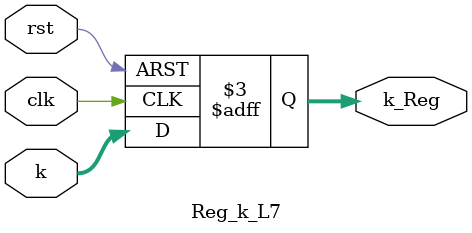
<source format=v>
module Reg_k_L7(k_Reg,clk,rst,k);
output reg [1:0] k_Reg;
input clk,rst;
input [1:0] k;

always @ (posedge clk or negedge rst)
	begin
		if (!rst ) 
			k_Reg<=0; 
		else  
			k_Reg<=k; 
	end
endmodule

</source>
